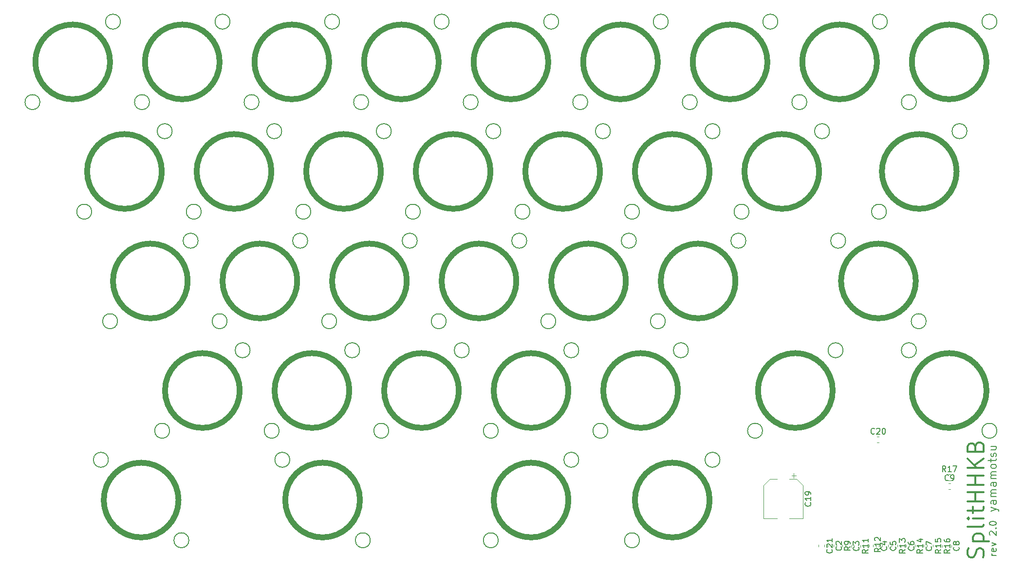
<source format=gbr>
G04 #@! TF.GenerationSoftware,KiCad,Pcbnew,(5.0.2)-1*
G04 #@! TF.CreationDate,2020-05-18T11:18:00+09:00*
G04 #@! TF.ProjectId,eckeyboard,65636b65-7962-46f6-9172-642e6b696361,rev?*
G04 #@! TF.SameCoordinates,Original*
G04 #@! TF.FileFunction,Legend,Top*
G04 #@! TF.FilePolarity,Positive*
%FSLAX46Y46*%
G04 Gerber Fmt 4.6, Leading zero omitted, Abs format (unit mm)*
G04 Created by KiCad (PCBNEW (5.0.2)-1) date 2020/05/18 11:18:00*
%MOMM*%
%LPD*%
G01*
G04 APERTURE LIST*
%ADD10C,0.300000*%
%ADD11C,0.200000*%
%ADD12C,1.000000*%
%ADD13C,0.120000*%
%ADD14C,0.150000*%
G04 APERTURE END LIST*
D10*
X246383333Y-136200000D02*
X246516666Y-135800000D01*
X246516666Y-135133333D01*
X246383333Y-134866666D01*
X246250000Y-134733333D01*
X245983333Y-134600000D01*
X245716666Y-134600000D01*
X245450000Y-134733333D01*
X245316666Y-134866666D01*
X245183333Y-135133333D01*
X245050000Y-135666666D01*
X244916666Y-135933333D01*
X244783333Y-136066666D01*
X244516666Y-136200000D01*
X244250000Y-136200000D01*
X243983333Y-136066666D01*
X243850000Y-135933333D01*
X243716666Y-135666666D01*
X243716666Y-135000000D01*
X243850000Y-134600000D01*
X244650000Y-133400000D02*
X247450000Y-133400000D01*
X244783333Y-133400000D02*
X244650000Y-133133333D01*
X244650000Y-132600000D01*
X244783333Y-132333333D01*
X244916666Y-132200000D01*
X245183333Y-132066666D01*
X245983333Y-132066666D01*
X246250000Y-132200000D01*
X246383333Y-132333333D01*
X246516666Y-132600000D01*
X246516666Y-133133333D01*
X246383333Y-133400000D01*
X246516666Y-130466666D02*
X246383333Y-130733333D01*
X246116666Y-130866666D01*
X243716666Y-130866666D01*
X246516666Y-129400000D02*
X244650000Y-129400000D01*
X243716666Y-129400000D02*
X243850000Y-129533333D01*
X243983333Y-129400000D01*
X243850000Y-129266666D01*
X243716666Y-129400000D01*
X243983333Y-129400000D01*
X244650000Y-128466666D02*
X244650000Y-127400000D01*
X243716666Y-128066666D02*
X246116666Y-128066666D01*
X246383333Y-127933333D01*
X246516666Y-127666666D01*
X246516666Y-127400000D01*
X246516666Y-126466666D02*
X243716666Y-126466666D01*
X245050000Y-126466666D02*
X245050000Y-124866666D01*
X246516666Y-124866666D02*
X243716666Y-124866666D01*
X246516666Y-123533333D02*
X243716666Y-123533333D01*
X245050000Y-123533333D02*
X245050000Y-121933333D01*
X246516666Y-121933333D02*
X243716666Y-121933333D01*
X246516666Y-120600000D02*
X243716666Y-120600000D01*
X246516666Y-119000000D02*
X244916666Y-120200000D01*
X243716666Y-119000000D02*
X245316666Y-120600000D01*
X245050000Y-116866666D02*
X245183333Y-116466666D01*
X245316666Y-116333333D01*
X245583333Y-116200000D01*
X245983333Y-116200000D01*
X246250000Y-116333333D01*
X246383333Y-116466666D01*
X246516666Y-116733333D01*
X246516666Y-117800000D01*
X243716666Y-117800000D01*
X243716666Y-116866666D01*
X243850000Y-116600000D01*
X243983333Y-116466666D01*
X244250000Y-116333333D01*
X244516666Y-116333333D01*
X244783333Y-116466666D01*
X244916666Y-116600000D01*
X245050000Y-116866666D01*
X245050000Y-117800000D01*
D11*
X247750000Y-128100000D02*
X248683333Y-127766666D01*
X247750000Y-127433333D02*
X248683333Y-127766666D01*
X249016666Y-127900000D01*
X249083333Y-127966666D01*
X249150000Y-128100000D01*
X248683333Y-126300000D02*
X247950000Y-126300000D01*
X247816666Y-126366666D01*
X247750000Y-126500000D01*
X247750000Y-126766666D01*
X247816666Y-126900000D01*
X248616666Y-126300000D02*
X248683333Y-126433333D01*
X248683333Y-126766666D01*
X248616666Y-126900000D01*
X248483333Y-126966666D01*
X248350000Y-126966666D01*
X248216666Y-126900000D01*
X248150000Y-126766666D01*
X248150000Y-126433333D01*
X248083333Y-126300000D01*
X248683333Y-125633333D02*
X247750000Y-125633333D01*
X247883333Y-125633333D02*
X247816666Y-125566666D01*
X247750000Y-125433333D01*
X247750000Y-125233333D01*
X247816666Y-125100000D01*
X247950000Y-125033333D01*
X248683333Y-125033333D01*
X247950000Y-125033333D02*
X247816666Y-124966666D01*
X247750000Y-124833333D01*
X247750000Y-124633333D01*
X247816666Y-124500000D01*
X247950000Y-124433333D01*
X248683333Y-124433333D01*
X248683333Y-123166666D02*
X247950000Y-123166666D01*
X247816666Y-123233333D01*
X247750000Y-123366666D01*
X247750000Y-123633333D01*
X247816666Y-123766666D01*
X248616666Y-123166666D02*
X248683333Y-123300000D01*
X248683333Y-123633333D01*
X248616666Y-123766666D01*
X248483333Y-123833333D01*
X248350000Y-123833333D01*
X248216666Y-123766666D01*
X248150000Y-123633333D01*
X248150000Y-123300000D01*
X248083333Y-123166666D01*
X248683333Y-122500000D02*
X247750000Y-122500000D01*
X247883333Y-122500000D02*
X247816666Y-122433333D01*
X247750000Y-122300000D01*
X247750000Y-122100000D01*
X247816666Y-121966666D01*
X247950000Y-121900000D01*
X248683333Y-121900000D01*
X247950000Y-121900000D02*
X247816666Y-121833333D01*
X247750000Y-121700000D01*
X247750000Y-121500000D01*
X247816666Y-121366666D01*
X247950000Y-121300000D01*
X248683333Y-121300000D01*
X248683333Y-120433333D02*
X248616666Y-120566666D01*
X248550000Y-120633333D01*
X248416666Y-120700000D01*
X248016666Y-120700000D01*
X247883333Y-120633333D01*
X247816666Y-120566666D01*
X247750000Y-120433333D01*
X247750000Y-120233333D01*
X247816666Y-120100000D01*
X247883333Y-120033333D01*
X248016666Y-119966666D01*
X248416666Y-119966666D01*
X248550000Y-120033333D01*
X248616666Y-120100000D01*
X248683333Y-120233333D01*
X248683333Y-120433333D01*
X247750000Y-119566666D02*
X247750000Y-119033333D01*
X247283333Y-119366666D02*
X248483333Y-119366666D01*
X248616666Y-119300000D01*
X248683333Y-119166666D01*
X248683333Y-119033333D01*
X248616666Y-118633333D02*
X248683333Y-118500000D01*
X248683333Y-118233333D01*
X248616666Y-118100000D01*
X248483333Y-118033333D01*
X248416666Y-118033333D01*
X248283333Y-118100000D01*
X248216666Y-118233333D01*
X248216666Y-118433333D01*
X248150000Y-118566666D01*
X248016666Y-118633333D01*
X247950000Y-118633333D01*
X247816666Y-118566666D01*
X247750000Y-118433333D01*
X247750000Y-118233333D01*
X247816666Y-118100000D01*
X247750000Y-116833333D02*
X248683333Y-116833333D01*
X247750000Y-117433333D02*
X248483333Y-117433333D01*
X248616666Y-117366666D01*
X248683333Y-117233333D01*
X248683333Y-117033333D01*
X248616666Y-116900000D01*
X248550000Y-116833333D01*
X248692857Y-135842857D02*
X247892857Y-135842857D01*
X248121428Y-135842857D02*
X248007142Y-135785714D01*
X247950000Y-135728571D01*
X247892857Y-135614285D01*
X247892857Y-135500000D01*
X248635714Y-134642857D02*
X248692857Y-134757142D01*
X248692857Y-134985714D01*
X248635714Y-135100000D01*
X248521428Y-135157142D01*
X248064285Y-135157142D01*
X247950000Y-135100000D01*
X247892857Y-134985714D01*
X247892857Y-134757142D01*
X247950000Y-134642857D01*
X248064285Y-134585714D01*
X248178571Y-134585714D01*
X248292857Y-135157142D01*
X247892857Y-134185714D02*
X248692857Y-133900000D01*
X247892857Y-133614285D01*
X247607142Y-132300000D02*
X247550000Y-132242857D01*
X247492857Y-132128571D01*
X247492857Y-131842857D01*
X247550000Y-131728571D01*
X247607142Y-131671428D01*
X247721428Y-131614285D01*
X247835714Y-131614285D01*
X248007142Y-131671428D01*
X248692857Y-132357142D01*
X248692857Y-131614285D01*
X248578571Y-131100000D02*
X248635714Y-131042857D01*
X248692857Y-131100000D01*
X248635714Y-131157142D01*
X248578571Y-131100000D01*
X248692857Y-131100000D01*
X247492857Y-130300000D02*
X247492857Y-130185714D01*
X247550000Y-130071428D01*
X247607142Y-130014285D01*
X247721428Y-129957142D01*
X247950000Y-129900000D01*
X248235714Y-129900000D01*
X248464285Y-129957142D01*
X248578571Y-130014285D01*
X248635714Y-130071428D01*
X248692857Y-130185714D01*
X248692857Y-130300000D01*
X248635714Y-130414285D01*
X248578571Y-130471428D01*
X248464285Y-130528571D01*
X248235714Y-130585714D01*
X247950000Y-130585714D01*
X247721428Y-130528571D01*
X247607142Y-130471428D01*
X247550000Y-130414285D01*
X247492857Y-130300000D01*
G04 #@! TO.C,TP31*
X222500000Y-81100000D02*
G75*
G03X222500000Y-81100000I-1300000J0D01*
G01*
X236500000Y-95100000D02*
G75*
G03X236500000Y-95100000I-1300000J0D01*
G01*
D12*
X234700000Y-88100000D02*
G75*
G03X234700000Y-88100000I-6500000J0D01*
G01*
D11*
G04 #@! TO.C,TP32*
X234800000Y-100150000D02*
G75*
G03X234800000Y-100150000I-1300000J0D01*
G01*
X248800000Y-114150000D02*
G75*
G03X248800000Y-114150000I-1300000J0D01*
G01*
D12*
X247000000Y-107150000D02*
G75*
G03X247000000Y-107150000I-6500000J0D01*
G01*
D11*
G04 #@! TO.C,TP13*
X125850000Y-119200000D02*
G75*
G03X125850000Y-119200000I-1300000J0D01*
G01*
X139850000Y-133200000D02*
G75*
G03X139850000Y-133200000I-1300000J0D01*
G01*
D12*
X138050000Y-126200000D02*
G75*
G03X138050000Y-126200000I-6500000J0D01*
G01*
D11*
G04 #@! TO.C,TP11*
X94300000Y-119200000D02*
G75*
G03X94300000Y-119200000I-1300000J0D01*
G01*
X108300000Y-133200000D02*
G75*
G03X108300000Y-133200000I-1300000J0D01*
G01*
D12*
X106500000Y-126200000D02*
G75*
G03X106500000Y-126200000I-6500000J0D01*
G01*
D11*
G04 #@! TO.C,TP16*
X148550000Y-76050000D02*
G75*
G03X148550000Y-76050000I-1300000J0D01*
G01*
X162550000Y-62050000D02*
G75*
G03X162550000Y-62050000I-1300000J0D01*
G01*
D12*
X160750000Y-69050000D02*
G75*
G03X160750000Y-69050000I-6500000J0D01*
G01*
D11*
G04 #@! TO.C,TP23*
X181150000Y-114150000D02*
G75*
G03X181150000Y-114150000I-1300000J0D01*
G01*
X195150000Y-100150000D02*
G75*
G03X195150000Y-100150000I-1300000J0D01*
G01*
D12*
X193350000Y-107150000D02*
G75*
G03X193350000Y-107150000I-6500000J0D01*
G01*
D11*
G04 #@! TO.C,TP22*
X172100000Y-95100000D02*
G75*
G03X172100000Y-95100000I-1300000J0D01*
G01*
X186100000Y-81100000D02*
G75*
G03X186100000Y-81100000I-1300000J0D01*
G01*
D12*
X184300000Y-88100000D02*
G75*
G03X184300000Y-88100000I-6500000J0D01*
G01*
D11*
G04 #@! TO.C,TP21*
X167600000Y-76050000D02*
G75*
G03X167600000Y-76050000I-1300000J0D01*
G01*
X181600000Y-62050000D02*
G75*
G03X181600000Y-62050000I-1300000J0D01*
G01*
D12*
X179800000Y-69050000D02*
G75*
G03X179800000Y-69050000I-6500000J0D01*
G01*
D11*
G04 #@! TO.C,TP20*
X158600000Y-57000000D02*
G75*
G03X158600000Y-57000000I-1300000J0D01*
G01*
X172600000Y-43000000D02*
G75*
G03X172600000Y-43000000I-1300000J0D01*
G01*
D12*
X170800000Y-50000000D02*
G75*
G03X170800000Y-50000000I-6500000J0D01*
G01*
D11*
G04 #@! TO.C,TP19*
X162100000Y-133200000D02*
G75*
G03X162100000Y-133200000I-1300000J0D01*
G01*
X176100000Y-119200000D02*
G75*
G03X176100000Y-119200000I-1300000J0D01*
G01*
D12*
X174300000Y-126200000D02*
G75*
G03X174300000Y-126200000I-6500000J0D01*
G01*
D11*
G04 #@! TO.C,TP18*
X162100000Y-114150000D02*
G75*
G03X162100000Y-114150000I-1300000J0D01*
G01*
X176100000Y-100150000D02*
G75*
G03X176100000Y-100150000I-1300000J0D01*
G01*
D12*
X174300000Y-107150000D02*
G75*
G03X174300000Y-107150000I-6500000J0D01*
G01*
D11*
G04 #@! TO.C,TP17*
X153050000Y-95100000D02*
G75*
G03X153050000Y-95100000I-1300000J0D01*
G01*
X167050000Y-81100000D02*
G75*
G03X167050000Y-81100000I-1300000J0D01*
G01*
D12*
X165250000Y-88100000D02*
G75*
G03X165250000Y-88100000I-6500000J0D01*
G01*
D11*
G04 #@! TO.C,TP15*
X139550000Y-57000000D02*
G75*
G03X139550000Y-57000000I-1300000J0D01*
G01*
X153550000Y-43000000D02*
G75*
G03X153550000Y-43000000I-1300000J0D01*
G01*
D12*
X151750000Y-50000000D02*
G75*
G03X151750000Y-50000000I-6500000J0D01*
G01*
D11*
G04 #@! TO.C,TP35*
X229600000Y-76050000D02*
G75*
G03X229600000Y-76050000I-1300000J0D01*
G01*
X243600000Y-62050000D02*
G75*
G03X243600000Y-62050000I-1300000J0D01*
G01*
D12*
X241800000Y-69050000D02*
G75*
G03X241800000Y-69050000I-6500000J0D01*
G01*
D11*
G04 #@! TO.C,TP34*
X234800000Y-57000000D02*
G75*
G03X234800000Y-57000000I-1300000J0D01*
G01*
X248800000Y-43000000D02*
G75*
G03X248800000Y-43000000I-1300000J0D01*
G01*
D12*
X247000000Y-50000000D02*
G75*
G03X247000000Y-50000000I-6500000J0D01*
G01*
D11*
G04 #@! TO.C,TP33*
X215750000Y-57000000D02*
G75*
G03X215750000Y-57000000I-1300000J0D01*
G01*
X229750000Y-43000000D02*
G75*
G03X229750000Y-43000000I-1300000J0D01*
G01*
D12*
X227950000Y-50000000D02*
G75*
G03X227950000Y-50000000I-6500000J0D01*
G01*
D11*
G04 #@! TO.C,TP30*
X205700000Y-76050000D02*
G75*
G03X205700000Y-76050000I-1300000J0D01*
G01*
X219700000Y-62050000D02*
G75*
G03X219700000Y-62050000I-1300000J0D01*
G01*
D12*
X217900000Y-69050000D02*
G75*
G03X217900000Y-69050000I-6500000J0D01*
G01*
D11*
G04 #@! TO.C,TP29*
X196700000Y-57000000D02*
G75*
G03X196700000Y-57000000I-1300000J0D01*
G01*
X210700000Y-43000000D02*
G75*
G03X210700000Y-43000000I-1300000J0D01*
G01*
D12*
X208900000Y-50000000D02*
G75*
G03X208900000Y-50000000I-6500000J0D01*
G01*
D11*
G04 #@! TO.C,TP28*
X186650000Y-133200000D02*
G75*
G03X186650000Y-133200000I-1300000J0D01*
G01*
X200650000Y-119200000D02*
G75*
G03X200650000Y-119200000I-1300000J0D01*
G01*
D12*
X198850000Y-126200000D02*
G75*
G03X198850000Y-126200000I-6500000J0D01*
G01*
D11*
G04 #@! TO.C,TP12*
X124000000Y-114150000D02*
G75*
G03X124000000Y-114150000I-1300000J0D01*
G01*
X138000000Y-100150000D02*
G75*
G03X138000000Y-100150000I-1300000J0D01*
G01*
D12*
X136200000Y-107150000D02*
G75*
G03X136200000Y-107150000I-6500000J0D01*
G01*
D11*
G04 #@! TO.C,TP10*
X104950000Y-114150000D02*
G75*
G03X104950000Y-114150000I-1300000J0D01*
G01*
X118950000Y-100150000D02*
G75*
G03X118950000Y-100150000I-1300000J0D01*
G01*
D12*
X117150000Y-107150000D02*
G75*
G03X117150000Y-107150000I-6500000J0D01*
G01*
D11*
G04 #@! TO.C,TP6*
X114950000Y-95100000D02*
G75*
G03X114950000Y-95100000I-1300000J0D01*
G01*
X128950000Y-81100000D02*
G75*
G03X128950000Y-81100000I-1300000J0D01*
G01*
D12*
X127150000Y-88100000D02*
G75*
G03X127150000Y-88100000I-6500000J0D01*
G01*
D11*
G04 #@! TO.C,TP5*
X110450000Y-76050000D02*
G75*
G03X110450000Y-76050000I-1300000J0D01*
G01*
X124450000Y-62050000D02*
G75*
G03X124450000Y-62050000I-1300000J0D01*
G01*
D12*
X122650000Y-69050000D02*
G75*
G03X122650000Y-69050000I-6500000J0D01*
G01*
D11*
G04 #@! TO.C,TP4*
X101450000Y-57000000D02*
G75*
G03X101450000Y-57000000I-1300000J0D01*
G01*
X115450000Y-43000000D02*
G75*
G03X115450000Y-43000000I-1300000J0D01*
G01*
D12*
X113650000Y-50000000D02*
G75*
G03X113650000Y-50000000I-6500000J0D01*
G01*
D11*
G04 #@! TO.C,TP3*
X95900000Y-95100000D02*
G75*
G03X95900000Y-95100000I-1300000J0D01*
G01*
X109900000Y-81100000D02*
G75*
G03X109900000Y-81100000I-1300000J0D01*
G01*
D12*
X108100000Y-88100000D02*
G75*
G03X108100000Y-88100000I-6500000J0D01*
G01*
D11*
G04 #@! TO.C,TP2*
X91400000Y-76050000D02*
G75*
G03X91400000Y-76050000I-1300000J0D01*
G01*
X105400000Y-62050000D02*
G75*
G03X105400000Y-62050000I-1300000J0D01*
G01*
D12*
X103600000Y-69050000D02*
G75*
G03X103600000Y-69050000I-6500000J0D01*
G01*
D11*
G04 #@! TO.C,TP1*
X82400000Y-57000000D02*
G75*
G03X82400000Y-57000000I-1300000J0D01*
G01*
X96400000Y-43000000D02*
G75*
G03X96400000Y-43000000I-1300000J0D01*
G01*
D12*
X94600000Y-50000000D02*
G75*
G03X94600000Y-50000000I-6500000J0D01*
G01*
D11*
G04 #@! TO.C,TP27*
X208050000Y-114150000D02*
G75*
G03X208050000Y-114150000I-1300000J0D01*
G01*
X222050000Y-100150000D02*
G75*
G03X222050000Y-100150000I-1300000J0D01*
G01*
D12*
X220250000Y-107150000D02*
G75*
G03X220250000Y-107150000I-6500000J0D01*
G01*
D11*
G04 #@! TO.C,TP24*
X177650000Y-57000000D02*
G75*
G03X177650000Y-57000000I-1300000J0D01*
G01*
X191650000Y-43000000D02*
G75*
G03X191650000Y-43000000I-1300000J0D01*
G01*
D12*
X189850000Y-50000000D02*
G75*
G03X189850000Y-50000000I-6500000J0D01*
G01*
D11*
G04 #@! TO.C,TP26*
X191150000Y-95100000D02*
G75*
G03X191150000Y-95100000I-1300000J0D01*
G01*
X205150000Y-81100000D02*
G75*
G03X205150000Y-81100000I-1300000J0D01*
G01*
D12*
X203350000Y-88100000D02*
G75*
G03X203350000Y-88100000I-6500000J0D01*
G01*
D11*
G04 #@! TO.C,TP25*
X186650000Y-76050000D02*
G75*
G03X186650000Y-76050000I-1300000J0D01*
G01*
X200650000Y-62050000D02*
G75*
G03X200650000Y-62050000I-1300000J0D01*
G01*
D12*
X198850000Y-69050000D02*
G75*
G03X198850000Y-69050000I-6500000J0D01*
G01*
D11*
G04 #@! TO.C,TP7*
X120500000Y-57000000D02*
G75*
G03X120500000Y-57000000I-1300000J0D01*
G01*
X134500000Y-43000000D02*
G75*
G03X134500000Y-43000000I-1300000J0D01*
G01*
D12*
X132700000Y-50000000D02*
G75*
G03X132700000Y-50000000I-6500000J0D01*
G01*
D11*
G04 #@! TO.C,TP8*
X129500000Y-76050000D02*
G75*
G03X129500000Y-76050000I-1300000J0D01*
G01*
X143500000Y-62050000D02*
G75*
G03X143500000Y-62050000I-1300000J0D01*
G01*
D12*
X141700000Y-69050000D02*
G75*
G03X141700000Y-69050000I-6500000J0D01*
G01*
D11*
G04 #@! TO.C,TP9*
X134000000Y-95100000D02*
G75*
G03X134000000Y-95100000I-1300000J0D01*
G01*
X148000000Y-81100000D02*
G75*
G03X148000000Y-81100000I-1300000J0D01*
G01*
D12*
X146200000Y-88100000D02*
G75*
G03X146200000Y-88100000I-6500000J0D01*
G01*
D11*
G04 #@! TO.C,TP14*
X143050000Y-114150000D02*
G75*
G03X143050000Y-114150000I-1300000J0D01*
G01*
X157050000Y-100150000D02*
G75*
G03X157050000Y-100150000I-1300000J0D01*
G01*
D12*
X155250000Y-107150000D02*
G75*
G03X155250000Y-107150000I-6500000J0D01*
G01*
D13*
G04 #@! TO.C,C19*
X208240000Y-129410000D02*
X210590000Y-129410000D01*
X215060000Y-129410000D02*
X212710000Y-129410000D01*
X215060000Y-123654437D02*
X215060000Y-129410000D01*
X208240000Y-123654437D02*
X208240000Y-129410000D01*
X209304437Y-122590000D02*
X210590000Y-122590000D01*
X213995563Y-122590000D02*
X212710000Y-122590000D01*
X213995563Y-122590000D02*
X215060000Y-123654437D01*
X209304437Y-122590000D02*
X208240000Y-123654437D01*
X213497500Y-121562500D02*
X213497500Y-122350000D01*
X213891250Y-121956250D02*
X213103750Y-121956250D01*
G04 #@! TO.C,C2*
X219408593Y-133986378D02*
X219408593Y-134328912D01*
X220428593Y-133986378D02*
X220428593Y-134328912D01*
G04 #@! TO.C,C3*
X222442730Y-134024383D02*
X222442730Y-134366917D01*
X223462730Y-134024383D02*
X223462730Y-134366917D01*
G04 #@! TO.C,C4*
X227263004Y-133997156D02*
X227263004Y-134339690D01*
X228283004Y-133997156D02*
X228283004Y-134339690D01*
G04 #@! TO.C,C5*
X229868246Y-133997097D02*
X229868246Y-134339631D01*
X228848246Y-133997097D02*
X228848246Y-134339631D01*
G04 #@! TO.C,C6*
X232009440Y-134003917D02*
X232009440Y-134346451D01*
X233029440Y-134003917D02*
X233029440Y-134346451D01*
G04 #@! TO.C,C7*
X236097263Y-134007750D02*
X236097263Y-134350284D01*
X235077263Y-134007750D02*
X235077263Y-134350284D01*
G04 #@! TO.C,C20*
X227978733Y-115190000D02*
X228321267Y-115190000D01*
X227978733Y-116210000D02*
X228321267Y-116210000D01*
G04 #@! TO.C,C21*
X217790000Y-133978733D02*
X217790000Y-134321267D01*
X218810000Y-133978733D02*
X218810000Y-134321267D01*
G04 #@! TO.C,R9*
X221928593Y-133986378D02*
X221928593Y-134328912D01*
X220908593Y-133986378D02*
X220908593Y-134328912D01*
G04 #@! TO.C,R11*
X224006338Y-134024383D02*
X224006338Y-134366917D01*
X225026338Y-134024383D02*
X225026338Y-134366917D01*
G04 #@! TO.C,R12*
X226583004Y-133997156D02*
X226583004Y-134339690D01*
X225563004Y-133997156D02*
X225563004Y-134339690D01*
G04 #@! TO.C,R13*
X230448246Y-133997097D02*
X230448246Y-134339631D01*
X231468246Y-133997097D02*
X231468246Y-134339631D01*
G04 #@! TO.C,R14*
X234529440Y-134003917D02*
X234529440Y-134346451D01*
X233509440Y-134003917D02*
X233509440Y-134346451D01*
G04 #@! TO.C,R15*
X236679714Y-134007750D02*
X236679714Y-134350284D01*
X237699714Y-134007750D02*
X237699714Y-134350284D01*
G04 #@! TO.C,C8*
X240866999Y-134041734D02*
X240866999Y-134384268D01*
X239846999Y-134041734D02*
X239846999Y-134384268D01*
G04 #@! TO.C,C9*
X240378733Y-124310000D02*
X240721267Y-124310000D01*
X240378733Y-123290000D02*
X240721267Y-123290000D01*
G04 #@! TO.C,R16*
X238240000Y-134028733D02*
X238240000Y-134371267D01*
X239260000Y-134028733D02*
X239260000Y-134371267D01*
G04 #@! TO.C,R17*
X240378733Y-121740000D02*
X240721267Y-121740000D01*
X240378733Y-122760000D02*
X240721267Y-122760000D01*
G04 #@! TO.C,C19*
D14*
X216357142Y-126642857D02*
X216404761Y-126690476D01*
X216452380Y-126833333D01*
X216452380Y-126928571D01*
X216404761Y-127071428D01*
X216309523Y-127166666D01*
X216214285Y-127214285D01*
X216023809Y-127261904D01*
X215880952Y-127261904D01*
X215690476Y-127214285D01*
X215595238Y-127166666D01*
X215500000Y-127071428D01*
X215452380Y-126928571D01*
X215452380Y-126833333D01*
X215500000Y-126690476D01*
X215547619Y-126642857D01*
X216452380Y-125690476D02*
X216452380Y-126261904D01*
X216452380Y-125976190D02*
X215452380Y-125976190D01*
X215595238Y-126071428D01*
X215690476Y-126166666D01*
X215738095Y-126261904D01*
X216452380Y-125214285D02*
X216452380Y-125023809D01*
X216404761Y-124928571D01*
X216357142Y-124880952D01*
X216214285Y-124785714D01*
X216023809Y-124738095D01*
X215642857Y-124738095D01*
X215547619Y-124785714D01*
X215500000Y-124833333D01*
X215452380Y-124928571D01*
X215452380Y-125119047D01*
X215500000Y-125214285D01*
X215547619Y-125261904D01*
X215642857Y-125309523D01*
X215880952Y-125309523D01*
X215976190Y-125261904D01*
X216023809Y-125214285D01*
X216071428Y-125119047D01*
X216071428Y-124928571D01*
X216023809Y-124833333D01*
X215976190Y-124785714D01*
X215880952Y-124738095D01*
G04 #@! TO.C,C2*
X221705735Y-134324311D02*
X221753354Y-134371930D01*
X221800973Y-134514787D01*
X221800973Y-134610025D01*
X221753354Y-134752883D01*
X221658116Y-134848121D01*
X221562878Y-134895740D01*
X221372402Y-134943359D01*
X221229545Y-134943359D01*
X221039069Y-134895740D01*
X220943831Y-134848121D01*
X220848593Y-134752883D01*
X220800973Y-134610025D01*
X220800973Y-134514787D01*
X220848593Y-134371930D01*
X220896212Y-134324311D01*
X220896212Y-133943359D02*
X220848593Y-133895740D01*
X220800973Y-133800502D01*
X220800973Y-133562406D01*
X220848593Y-133467168D01*
X220896212Y-133419549D01*
X220991450Y-133371930D01*
X221086688Y-133371930D01*
X221229545Y-133419549D01*
X221800973Y-133990978D01*
X221800973Y-133371930D01*
G04 #@! TO.C,C3*
X224739872Y-134362316D02*
X224787491Y-134409935D01*
X224835110Y-134552792D01*
X224835110Y-134648030D01*
X224787491Y-134790888D01*
X224692253Y-134886126D01*
X224597015Y-134933745D01*
X224406539Y-134981364D01*
X224263682Y-134981364D01*
X224073206Y-134933745D01*
X223977968Y-134886126D01*
X223882730Y-134790888D01*
X223835110Y-134648030D01*
X223835110Y-134552792D01*
X223882730Y-134409935D01*
X223930349Y-134362316D01*
X223835110Y-134028983D02*
X223835110Y-133409935D01*
X224216063Y-133743269D01*
X224216063Y-133600411D01*
X224263682Y-133505173D01*
X224311301Y-133457554D01*
X224406539Y-133409935D01*
X224644634Y-133409935D01*
X224739872Y-133457554D01*
X224787491Y-133505173D01*
X224835110Y-133600411D01*
X224835110Y-133886126D01*
X224787491Y-133981364D01*
X224739872Y-134028983D01*
G04 #@! TO.C,C4*
X229560146Y-134335089D02*
X229607765Y-134382708D01*
X229655384Y-134525565D01*
X229655384Y-134620803D01*
X229607765Y-134763661D01*
X229512527Y-134858899D01*
X229417289Y-134906518D01*
X229226813Y-134954137D01*
X229083956Y-134954137D01*
X228893480Y-134906518D01*
X228798242Y-134858899D01*
X228703004Y-134763661D01*
X228655384Y-134620803D01*
X228655384Y-134525565D01*
X228703004Y-134382708D01*
X228750623Y-134335089D01*
X228988718Y-133477946D02*
X229655384Y-133477946D01*
X228607765Y-133716042D02*
X229322051Y-133954137D01*
X229322051Y-133335089D01*
G04 #@! TO.C,C5*
X231145388Y-134335030D02*
X231193007Y-134382649D01*
X231240626Y-134525506D01*
X231240626Y-134620744D01*
X231193007Y-134763602D01*
X231097769Y-134858840D01*
X231002531Y-134906459D01*
X230812055Y-134954078D01*
X230669198Y-134954078D01*
X230478722Y-134906459D01*
X230383484Y-134858840D01*
X230288246Y-134763602D01*
X230240626Y-134620744D01*
X230240626Y-134525506D01*
X230288246Y-134382649D01*
X230335865Y-134335030D01*
X230240626Y-133430268D02*
X230240626Y-133906459D01*
X230716817Y-133954078D01*
X230669198Y-133906459D01*
X230621579Y-133811221D01*
X230621579Y-133573125D01*
X230669198Y-133477887D01*
X230716817Y-133430268D01*
X230812055Y-133382649D01*
X231050150Y-133382649D01*
X231145388Y-133430268D01*
X231193007Y-133477887D01*
X231240626Y-133573125D01*
X231240626Y-133811221D01*
X231193007Y-133906459D01*
X231145388Y-133954078D01*
G04 #@! TO.C,C6*
X234306582Y-134341850D02*
X234354201Y-134389469D01*
X234401820Y-134532326D01*
X234401820Y-134627564D01*
X234354201Y-134770422D01*
X234258963Y-134865660D01*
X234163725Y-134913279D01*
X233973249Y-134960898D01*
X233830392Y-134960898D01*
X233639916Y-134913279D01*
X233544678Y-134865660D01*
X233449440Y-134770422D01*
X233401820Y-134627564D01*
X233401820Y-134532326D01*
X233449440Y-134389469D01*
X233497059Y-134341850D01*
X233401820Y-133484707D02*
X233401820Y-133675184D01*
X233449440Y-133770422D01*
X233497059Y-133818041D01*
X233639916Y-133913279D01*
X233830392Y-133960898D01*
X234211344Y-133960898D01*
X234306582Y-133913279D01*
X234354201Y-133865660D01*
X234401820Y-133770422D01*
X234401820Y-133579945D01*
X234354201Y-133484707D01*
X234306582Y-133437088D01*
X234211344Y-133389469D01*
X233973249Y-133389469D01*
X233878011Y-133437088D01*
X233830392Y-133484707D01*
X233782773Y-133579945D01*
X233782773Y-133770422D01*
X233830392Y-133865660D01*
X233878011Y-133913279D01*
X233973249Y-133960898D01*
G04 #@! TO.C,C7*
X237374405Y-134345683D02*
X237422024Y-134393302D01*
X237469643Y-134536159D01*
X237469643Y-134631397D01*
X237422024Y-134774255D01*
X237326786Y-134869493D01*
X237231548Y-134917112D01*
X237041072Y-134964731D01*
X236898215Y-134964731D01*
X236707739Y-134917112D01*
X236612501Y-134869493D01*
X236517263Y-134774255D01*
X236469643Y-134631397D01*
X236469643Y-134536159D01*
X236517263Y-134393302D01*
X236564882Y-134345683D01*
X236469643Y-134012350D02*
X236469643Y-133345683D01*
X237469643Y-133774255D01*
G04 #@! TO.C,C20*
X227507142Y-114627142D02*
X227459523Y-114674761D01*
X227316666Y-114722380D01*
X227221428Y-114722380D01*
X227078571Y-114674761D01*
X226983333Y-114579523D01*
X226935714Y-114484285D01*
X226888095Y-114293809D01*
X226888095Y-114150952D01*
X226935714Y-113960476D01*
X226983333Y-113865238D01*
X227078571Y-113770000D01*
X227221428Y-113722380D01*
X227316666Y-113722380D01*
X227459523Y-113770000D01*
X227507142Y-113817619D01*
X227888095Y-113817619D02*
X227935714Y-113770000D01*
X228030952Y-113722380D01*
X228269047Y-113722380D01*
X228364285Y-113770000D01*
X228411904Y-113817619D01*
X228459523Y-113912857D01*
X228459523Y-114008095D01*
X228411904Y-114150952D01*
X227840476Y-114722380D01*
X228459523Y-114722380D01*
X229078571Y-113722380D02*
X229173809Y-113722380D01*
X229269047Y-113770000D01*
X229316666Y-113817619D01*
X229364285Y-113912857D01*
X229411904Y-114103333D01*
X229411904Y-114341428D01*
X229364285Y-114531904D01*
X229316666Y-114627142D01*
X229269047Y-114674761D01*
X229173809Y-114722380D01*
X229078571Y-114722380D01*
X228983333Y-114674761D01*
X228935714Y-114627142D01*
X228888095Y-114531904D01*
X228840476Y-114341428D01*
X228840476Y-114103333D01*
X228888095Y-113912857D01*
X228935714Y-113817619D01*
X228983333Y-113770000D01*
X229078571Y-113722380D01*
G04 #@! TO.C,C21*
X220087142Y-134792857D02*
X220134761Y-134840476D01*
X220182380Y-134983333D01*
X220182380Y-135078571D01*
X220134761Y-135221428D01*
X220039523Y-135316666D01*
X219944285Y-135364285D01*
X219753809Y-135411904D01*
X219610952Y-135411904D01*
X219420476Y-135364285D01*
X219325238Y-135316666D01*
X219230000Y-135221428D01*
X219182380Y-135078571D01*
X219182380Y-134983333D01*
X219230000Y-134840476D01*
X219277619Y-134792857D01*
X219277619Y-134411904D02*
X219230000Y-134364285D01*
X219182380Y-134269047D01*
X219182380Y-134030952D01*
X219230000Y-133935714D01*
X219277619Y-133888095D01*
X219372857Y-133840476D01*
X219468095Y-133840476D01*
X219610952Y-133888095D01*
X220182380Y-134459523D01*
X220182380Y-133840476D01*
X220182380Y-132888095D02*
X220182380Y-133459523D01*
X220182380Y-133173809D02*
X219182380Y-133173809D01*
X219325238Y-133269047D01*
X219420476Y-133364285D01*
X219468095Y-133459523D01*
G04 #@! TO.C,R9*
X223300973Y-134324311D02*
X222824783Y-134657645D01*
X223300973Y-134895740D02*
X222300973Y-134895740D01*
X222300973Y-134514787D01*
X222348593Y-134419549D01*
X222396212Y-134371930D01*
X222491450Y-134324311D01*
X222634307Y-134324311D01*
X222729545Y-134371930D01*
X222777164Y-134419549D01*
X222824783Y-134514787D01*
X222824783Y-134895740D01*
X223300973Y-133848121D02*
X223300973Y-133657645D01*
X223253354Y-133562406D01*
X223205735Y-133514787D01*
X223062878Y-133419549D01*
X222872402Y-133371930D01*
X222491450Y-133371930D01*
X222396212Y-133419549D01*
X222348593Y-133467168D01*
X222300973Y-133562406D01*
X222300973Y-133752883D01*
X222348593Y-133848121D01*
X222396212Y-133895740D01*
X222491450Y-133943359D01*
X222729545Y-133943359D01*
X222824783Y-133895740D01*
X222872402Y-133848121D01*
X222920021Y-133752883D01*
X222920021Y-133562406D01*
X222872402Y-133467168D01*
X222824783Y-133419549D01*
X222729545Y-133371930D01*
G04 #@! TO.C,R11*
X226398718Y-134838507D02*
X225922528Y-135171840D01*
X226398718Y-135409935D02*
X225398718Y-135409935D01*
X225398718Y-135028983D01*
X225446338Y-134933745D01*
X225493957Y-134886126D01*
X225589195Y-134838507D01*
X225732052Y-134838507D01*
X225827290Y-134886126D01*
X225874909Y-134933745D01*
X225922528Y-135028983D01*
X225922528Y-135409935D01*
X226398718Y-133886126D02*
X226398718Y-134457554D01*
X226398718Y-134171840D02*
X225398718Y-134171840D01*
X225541576Y-134267078D01*
X225636814Y-134362316D01*
X225684433Y-134457554D01*
X226398718Y-132933745D02*
X226398718Y-133505173D01*
X226398718Y-133219459D02*
X225398718Y-133219459D01*
X225541576Y-133314697D01*
X225636814Y-133409935D01*
X225684433Y-133505173D01*
G04 #@! TO.C,R12*
X228563486Y-134583878D02*
X228087296Y-134917211D01*
X228563486Y-135155306D02*
X227563486Y-135155306D01*
X227563486Y-134774354D01*
X227611106Y-134679116D01*
X227658725Y-134631497D01*
X227753963Y-134583878D01*
X227896820Y-134583878D01*
X227992058Y-134631497D01*
X228039677Y-134679116D01*
X228087296Y-134774354D01*
X228087296Y-135155306D01*
X228563486Y-133631497D02*
X228563486Y-134202925D01*
X228563486Y-133917211D02*
X227563486Y-133917211D01*
X227706344Y-134012449D01*
X227801582Y-134107687D01*
X227849201Y-134202925D01*
X227658725Y-133250544D02*
X227611106Y-133202925D01*
X227563486Y-133107687D01*
X227563486Y-132869592D01*
X227611106Y-132774354D01*
X227658725Y-132726735D01*
X227753963Y-132679116D01*
X227849201Y-132679116D01*
X227992058Y-132726735D01*
X228563486Y-133298163D01*
X228563486Y-132679116D01*
G04 #@! TO.C,R13*
X232840626Y-134811221D02*
X232364436Y-135144554D01*
X232840626Y-135382649D02*
X231840626Y-135382649D01*
X231840626Y-135001697D01*
X231888246Y-134906459D01*
X231935865Y-134858840D01*
X232031103Y-134811221D01*
X232173960Y-134811221D01*
X232269198Y-134858840D01*
X232316817Y-134906459D01*
X232364436Y-135001697D01*
X232364436Y-135382649D01*
X232840626Y-133858840D02*
X232840626Y-134430268D01*
X232840626Y-134144554D02*
X231840626Y-134144554D01*
X231983484Y-134239792D01*
X232078722Y-134335030D01*
X232126341Y-134430268D01*
X231840626Y-133525506D02*
X231840626Y-132906459D01*
X232221579Y-133239792D01*
X232221579Y-133096935D01*
X232269198Y-133001697D01*
X232316817Y-132954078D01*
X232412055Y-132906459D01*
X232650150Y-132906459D01*
X232745388Y-132954078D01*
X232793007Y-133001697D01*
X232840626Y-133096935D01*
X232840626Y-133382649D01*
X232793007Y-133477887D01*
X232745388Y-133525506D01*
G04 #@! TO.C,R14*
X235901820Y-134818041D02*
X235425630Y-135151374D01*
X235901820Y-135389469D02*
X234901820Y-135389469D01*
X234901820Y-135008517D01*
X234949440Y-134913279D01*
X234997059Y-134865660D01*
X235092297Y-134818041D01*
X235235154Y-134818041D01*
X235330392Y-134865660D01*
X235378011Y-134913279D01*
X235425630Y-135008517D01*
X235425630Y-135389469D01*
X235901820Y-133865660D02*
X235901820Y-134437088D01*
X235901820Y-134151374D02*
X234901820Y-134151374D01*
X235044678Y-134246612D01*
X235139916Y-134341850D01*
X235187535Y-134437088D01*
X235235154Y-133008517D02*
X235901820Y-133008517D01*
X234854201Y-133246612D02*
X235568487Y-133484707D01*
X235568487Y-132865660D01*
G04 #@! TO.C,R15*
X239072094Y-134821874D02*
X238595904Y-135155207D01*
X239072094Y-135393302D02*
X238072094Y-135393302D01*
X238072094Y-135012350D01*
X238119714Y-134917112D01*
X238167333Y-134869493D01*
X238262571Y-134821874D01*
X238405428Y-134821874D01*
X238500666Y-134869493D01*
X238548285Y-134917112D01*
X238595904Y-135012350D01*
X238595904Y-135393302D01*
X239072094Y-133869493D02*
X239072094Y-134440921D01*
X239072094Y-134155207D02*
X238072094Y-134155207D01*
X238214952Y-134250445D01*
X238310190Y-134345683D01*
X238357809Y-134440921D01*
X238072094Y-132964731D02*
X238072094Y-133440921D01*
X238548285Y-133488540D01*
X238500666Y-133440921D01*
X238453047Y-133345683D01*
X238453047Y-133107588D01*
X238500666Y-133012350D01*
X238548285Y-132964731D01*
X238643523Y-132917112D01*
X238881618Y-132917112D01*
X238976856Y-132964731D01*
X239024475Y-133012350D01*
X239072094Y-133107588D01*
X239072094Y-133345683D01*
X239024475Y-133440921D01*
X238976856Y-133488540D01*
G04 #@! TO.C,C8*
X242144141Y-134379667D02*
X242191760Y-134427286D01*
X242239379Y-134570143D01*
X242239379Y-134665381D01*
X242191760Y-134808239D01*
X242096522Y-134903477D01*
X242001284Y-134951096D01*
X241810808Y-134998715D01*
X241667951Y-134998715D01*
X241477475Y-134951096D01*
X241382237Y-134903477D01*
X241286999Y-134808239D01*
X241239379Y-134665381D01*
X241239379Y-134570143D01*
X241286999Y-134427286D01*
X241334618Y-134379667D01*
X241667951Y-133808239D02*
X241620332Y-133903477D01*
X241572713Y-133951096D01*
X241477475Y-133998715D01*
X241429856Y-133998715D01*
X241334618Y-133951096D01*
X241286999Y-133903477D01*
X241239379Y-133808239D01*
X241239379Y-133617762D01*
X241286999Y-133522524D01*
X241334618Y-133474905D01*
X241429856Y-133427286D01*
X241477475Y-133427286D01*
X241572713Y-133474905D01*
X241620332Y-133522524D01*
X241667951Y-133617762D01*
X241667951Y-133808239D01*
X241715570Y-133903477D01*
X241763189Y-133951096D01*
X241858427Y-133998715D01*
X242048903Y-133998715D01*
X242144141Y-133951096D01*
X242191760Y-133903477D01*
X242239379Y-133808239D01*
X242239379Y-133617762D01*
X242191760Y-133522524D01*
X242144141Y-133474905D01*
X242048903Y-133427286D01*
X241858427Y-133427286D01*
X241763189Y-133474905D01*
X241715570Y-133522524D01*
X241667951Y-133617762D01*
G04 #@! TO.C,C9*
X240383333Y-122727142D02*
X240335714Y-122774761D01*
X240192857Y-122822380D01*
X240097619Y-122822380D01*
X239954761Y-122774761D01*
X239859523Y-122679523D01*
X239811904Y-122584285D01*
X239764285Y-122393809D01*
X239764285Y-122250952D01*
X239811904Y-122060476D01*
X239859523Y-121965238D01*
X239954761Y-121870000D01*
X240097619Y-121822380D01*
X240192857Y-121822380D01*
X240335714Y-121870000D01*
X240383333Y-121917619D01*
X240859523Y-122822380D02*
X241050000Y-122822380D01*
X241145238Y-122774761D01*
X241192857Y-122727142D01*
X241288095Y-122584285D01*
X241335714Y-122393809D01*
X241335714Y-122012857D01*
X241288095Y-121917619D01*
X241240476Y-121870000D01*
X241145238Y-121822380D01*
X240954761Y-121822380D01*
X240859523Y-121870000D01*
X240811904Y-121917619D01*
X240764285Y-122012857D01*
X240764285Y-122250952D01*
X240811904Y-122346190D01*
X240859523Y-122393809D01*
X240954761Y-122441428D01*
X241145238Y-122441428D01*
X241240476Y-122393809D01*
X241288095Y-122346190D01*
X241335714Y-122250952D01*
G04 #@! TO.C,R16*
X240632380Y-134842857D02*
X240156190Y-135176190D01*
X240632380Y-135414285D02*
X239632380Y-135414285D01*
X239632380Y-135033333D01*
X239680000Y-134938095D01*
X239727619Y-134890476D01*
X239822857Y-134842857D01*
X239965714Y-134842857D01*
X240060952Y-134890476D01*
X240108571Y-134938095D01*
X240156190Y-135033333D01*
X240156190Y-135414285D01*
X240632380Y-133890476D02*
X240632380Y-134461904D01*
X240632380Y-134176190D02*
X239632380Y-134176190D01*
X239775238Y-134271428D01*
X239870476Y-134366666D01*
X239918095Y-134461904D01*
X239632380Y-133033333D02*
X239632380Y-133223809D01*
X239680000Y-133319047D01*
X239727619Y-133366666D01*
X239870476Y-133461904D01*
X240060952Y-133509523D01*
X240441904Y-133509523D01*
X240537142Y-133461904D01*
X240584761Y-133414285D01*
X240632380Y-133319047D01*
X240632380Y-133128571D01*
X240584761Y-133033333D01*
X240537142Y-132985714D01*
X240441904Y-132938095D01*
X240203809Y-132938095D01*
X240108571Y-132985714D01*
X240060952Y-133033333D01*
X240013333Y-133128571D01*
X240013333Y-133319047D01*
X240060952Y-133414285D01*
X240108571Y-133461904D01*
X240203809Y-133509523D01*
G04 #@! TO.C,R17*
X239907142Y-121272380D02*
X239573809Y-120796190D01*
X239335714Y-121272380D02*
X239335714Y-120272380D01*
X239716666Y-120272380D01*
X239811904Y-120320000D01*
X239859523Y-120367619D01*
X239907142Y-120462857D01*
X239907142Y-120605714D01*
X239859523Y-120700952D01*
X239811904Y-120748571D01*
X239716666Y-120796190D01*
X239335714Y-120796190D01*
X240859523Y-121272380D02*
X240288095Y-121272380D01*
X240573809Y-121272380D02*
X240573809Y-120272380D01*
X240478571Y-120415238D01*
X240383333Y-120510476D01*
X240288095Y-120558095D01*
X241192857Y-120272380D02*
X241859523Y-120272380D01*
X241430952Y-121272380D01*
G04 #@! TD*
M02*

</source>
